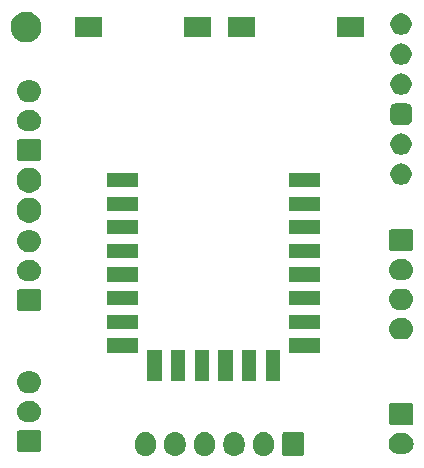
<source format=gts>
G04 #@! TF.GenerationSoftware,KiCad,Pcbnew,5.1.5*
G04 #@! TF.CreationDate,2020-01-13T20:05:45+01:00*
G04 #@! TF.ProjectId,ESP8266_Uni,45535038-3236-4365-9f55-6e692e6b6963,rev?*
G04 #@! TF.SameCoordinates,Original*
G04 #@! TF.FileFunction,Soldermask,Top*
G04 #@! TF.FilePolarity,Negative*
%FSLAX46Y46*%
G04 Gerber Fmt 4.6, Leading zero omitted, Abs format (unit mm)*
G04 Created by KiCad (PCBNEW 5.1.5) date 2020-01-13 20:05:45*
%MOMM*%
%LPD*%
G04 APERTURE LIST*
%ADD10C,0.100000*%
G04 APERTURE END LIST*
D10*
G36*
X126280627Y-56391037D02*
G01*
X126450466Y-56442557D01*
X126606991Y-56526222D01*
X126642729Y-56555552D01*
X126744186Y-56638814D01*
X126813943Y-56723815D01*
X126856778Y-56776009D01*
X126940443Y-56932534D01*
X126991963Y-57102374D01*
X127005000Y-57234743D01*
X127005000Y-57573258D01*
X126991963Y-57705627D01*
X126940443Y-57875466D01*
X126856778Y-58031991D01*
X126827448Y-58067729D01*
X126744186Y-58169186D01*
X126606989Y-58281779D01*
X126450467Y-58365442D01*
X126450465Y-58365443D01*
X126280626Y-58416963D01*
X126104000Y-58434359D01*
X125927373Y-58416963D01*
X125757534Y-58365443D01*
X125601009Y-58281778D01*
X125558750Y-58247097D01*
X125463814Y-58169186D01*
X125351221Y-58031989D01*
X125267558Y-57875467D01*
X125265322Y-57868097D01*
X125216037Y-57705626D01*
X125203000Y-57573257D01*
X125203000Y-57234742D01*
X125216037Y-57102373D01*
X125267557Y-56932534D01*
X125351222Y-56776009D01*
X125463815Y-56638815D01*
X125601010Y-56526222D01*
X125757535Y-56442557D01*
X125927374Y-56391037D01*
X126104000Y-56373641D01*
X126280627Y-56391037D01*
G37*
G36*
X123780627Y-56391037D02*
G01*
X123950466Y-56442557D01*
X124106991Y-56526222D01*
X124142729Y-56555552D01*
X124244186Y-56638814D01*
X124313943Y-56723815D01*
X124356778Y-56776009D01*
X124440443Y-56932534D01*
X124491963Y-57102374D01*
X124505000Y-57234743D01*
X124505000Y-57573258D01*
X124491963Y-57705627D01*
X124440443Y-57875466D01*
X124356778Y-58031991D01*
X124327448Y-58067729D01*
X124244186Y-58169186D01*
X124106989Y-58281779D01*
X123950467Y-58365442D01*
X123950465Y-58365443D01*
X123780626Y-58416963D01*
X123604000Y-58434359D01*
X123427373Y-58416963D01*
X123257534Y-58365443D01*
X123101009Y-58281778D01*
X123058750Y-58247097D01*
X122963814Y-58169186D01*
X122851221Y-58031989D01*
X122767558Y-57875467D01*
X122765322Y-57868097D01*
X122716037Y-57705626D01*
X122703000Y-57573257D01*
X122703000Y-57234742D01*
X122716037Y-57102373D01*
X122767557Y-56932534D01*
X122851222Y-56776009D01*
X122963815Y-56638815D01*
X123101010Y-56526222D01*
X123257535Y-56442557D01*
X123427374Y-56391037D01*
X123604000Y-56373641D01*
X123780627Y-56391037D01*
G37*
G36*
X121280627Y-56391037D02*
G01*
X121450466Y-56442557D01*
X121606991Y-56526222D01*
X121642729Y-56555552D01*
X121744186Y-56638814D01*
X121813943Y-56723815D01*
X121856778Y-56776009D01*
X121940443Y-56932534D01*
X121991963Y-57102374D01*
X122005000Y-57234743D01*
X122005000Y-57573258D01*
X121991963Y-57705627D01*
X121940443Y-57875466D01*
X121856778Y-58031991D01*
X121827448Y-58067729D01*
X121744186Y-58169186D01*
X121606989Y-58281779D01*
X121450467Y-58365442D01*
X121450465Y-58365443D01*
X121280626Y-58416963D01*
X121104000Y-58434359D01*
X120927373Y-58416963D01*
X120757534Y-58365443D01*
X120601009Y-58281778D01*
X120558750Y-58247097D01*
X120463814Y-58169186D01*
X120351221Y-58031989D01*
X120267558Y-57875467D01*
X120265322Y-57868097D01*
X120216037Y-57705626D01*
X120203000Y-57573257D01*
X120203000Y-57234742D01*
X120216037Y-57102373D01*
X120267557Y-56932534D01*
X120351222Y-56776009D01*
X120463815Y-56638815D01*
X120601010Y-56526222D01*
X120757535Y-56442557D01*
X120927374Y-56391037D01*
X121104000Y-56373641D01*
X121280627Y-56391037D01*
G37*
G36*
X128780627Y-56391037D02*
G01*
X128950466Y-56442557D01*
X129106991Y-56526222D01*
X129142729Y-56555552D01*
X129244186Y-56638814D01*
X129313943Y-56723815D01*
X129356778Y-56776009D01*
X129440443Y-56932534D01*
X129491963Y-57102374D01*
X129505000Y-57234743D01*
X129505000Y-57573258D01*
X129491963Y-57705627D01*
X129440443Y-57875466D01*
X129356778Y-58031991D01*
X129327448Y-58067729D01*
X129244186Y-58169186D01*
X129106989Y-58281779D01*
X128950467Y-58365442D01*
X128950465Y-58365443D01*
X128780626Y-58416963D01*
X128604000Y-58434359D01*
X128427373Y-58416963D01*
X128257534Y-58365443D01*
X128101009Y-58281778D01*
X128058750Y-58247097D01*
X127963814Y-58169186D01*
X127851221Y-58031989D01*
X127767558Y-57875467D01*
X127765322Y-57868097D01*
X127716037Y-57705626D01*
X127703000Y-57573257D01*
X127703000Y-57234742D01*
X127716037Y-57102373D01*
X127767557Y-56932534D01*
X127851222Y-56776009D01*
X127963815Y-56638815D01*
X128101010Y-56526222D01*
X128257535Y-56442557D01*
X128427374Y-56391037D01*
X128604000Y-56373641D01*
X128780627Y-56391037D01*
G37*
G36*
X131280627Y-56391037D02*
G01*
X131450466Y-56442557D01*
X131606991Y-56526222D01*
X131642729Y-56555552D01*
X131744186Y-56638814D01*
X131813943Y-56723815D01*
X131856778Y-56776009D01*
X131940443Y-56932534D01*
X131991963Y-57102374D01*
X132005000Y-57234743D01*
X132005000Y-57573258D01*
X131991963Y-57705627D01*
X131940443Y-57875466D01*
X131856778Y-58031991D01*
X131827448Y-58067729D01*
X131744186Y-58169186D01*
X131606989Y-58281779D01*
X131450467Y-58365442D01*
X131450465Y-58365443D01*
X131280626Y-58416963D01*
X131104000Y-58434359D01*
X130927373Y-58416963D01*
X130757534Y-58365443D01*
X130601009Y-58281778D01*
X130558750Y-58247097D01*
X130463814Y-58169186D01*
X130351221Y-58031989D01*
X130267558Y-57875467D01*
X130265322Y-57868097D01*
X130216037Y-57705626D01*
X130203000Y-57573257D01*
X130203000Y-57234742D01*
X130216037Y-57102373D01*
X130267557Y-56932534D01*
X130351222Y-56776009D01*
X130463815Y-56638815D01*
X130601010Y-56526222D01*
X130757535Y-56442557D01*
X130927374Y-56391037D01*
X131104000Y-56373641D01*
X131280627Y-56391037D01*
G37*
G36*
X134362600Y-56381989D02*
G01*
X134395652Y-56392015D01*
X134426103Y-56408292D01*
X134452799Y-56430201D01*
X134474708Y-56456897D01*
X134490985Y-56487348D01*
X134501011Y-56520400D01*
X134505000Y-56560903D01*
X134505000Y-58247097D01*
X134501011Y-58287600D01*
X134490985Y-58320652D01*
X134474708Y-58351103D01*
X134452799Y-58377799D01*
X134426103Y-58399708D01*
X134395652Y-58415985D01*
X134362600Y-58426011D01*
X134322097Y-58430000D01*
X132885903Y-58430000D01*
X132845400Y-58426011D01*
X132812348Y-58415985D01*
X132781897Y-58399708D01*
X132755201Y-58377799D01*
X132733292Y-58351103D01*
X132717015Y-58320652D01*
X132706989Y-58287600D01*
X132703000Y-58247097D01*
X132703000Y-56560903D01*
X132706989Y-56520400D01*
X132717015Y-56487348D01*
X132733292Y-56456897D01*
X132755201Y-56430201D01*
X132781897Y-56408292D01*
X132812348Y-56392015D01*
X132845400Y-56381989D01*
X132885903Y-56378000D01*
X134322097Y-56378000D01*
X134362600Y-56381989D01*
G37*
G36*
X143008442Y-56469518D02*
G01*
X143074627Y-56476037D01*
X143244466Y-56527557D01*
X143244468Y-56527558D01*
X143322728Y-56569389D01*
X143400991Y-56611222D01*
X143434612Y-56638814D01*
X143538186Y-56723814D01*
X143621448Y-56825271D01*
X143650778Y-56861009D01*
X143734443Y-57017534D01*
X143785963Y-57187373D01*
X143803359Y-57364000D01*
X143785963Y-57540627D01*
X143734443Y-57710466D01*
X143650778Y-57866991D01*
X143621448Y-57902729D01*
X143538186Y-58004186D01*
X143436729Y-58087448D01*
X143400991Y-58116778D01*
X143244466Y-58200443D01*
X143074627Y-58251963D01*
X143008442Y-58258482D01*
X142942260Y-58265000D01*
X142553740Y-58265000D01*
X142487558Y-58258482D01*
X142421373Y-58251963D01*
X142251534Y-58200443D01*
X142095009Y-58116778D01*
X142059271Y-58087448D01*
X141957814Y-58004186D01*
X141874552Y-57902729D01*
X141845222Y-57866991D01*
X141761557Y-57710466D01*
X141710037Y-57540627D01*
X141692641Y-57364000D01*
X141710037Y-57187373D01*
X141761557Y-57017534D01*
X141845222Y-56861009D01*
X141874552Y-56825271D01*
X141957814Y-56723814D01*
X142061388Y-56638814D01*
X142095009Y-56611222D01*
X142173272Y-56569389D01*
X142251532Y-56527558D01*
X142251534Y-56527557D01*
X142421373Y-56476037D01*
X142487558Y-56469518D01*
X142553740Y-56463000D01*
X142942260Y-56463000D01*
X143008442Y-56469518D01*
G37*
G36*
X112135600Y-56252989D02*
G01*
X112168652Y-56263015D01*
X112199103Y-56279292D01*
X112225799Y-56301201D01*
X112247708Y-56327897D01*
X112263985Y-56358348D01*
X112274011Y-56391400D01*
X112278000Y-56431903D01*
X112278000Y-57868097D01*
X112274011Y-57908600D01*
X112263985Y-57941652D01*
X112247708Y-57972103D01*
X112225799Y-57998799D01*
X112199103Y-58020708D01*
X112168652Y-58036985D01*
X112135600Y-58047011D01*
X112095097Y-58051000D01*
X110408903Y-58051000D01*
X110368400Y-58047011D01*
X110335348Y-58036985D01*
X110304897Y-58020708D01*
X110278201Y-57998799D01*
X110256292Y-57972103D01*
X110240015Y-57941652D01*
X110229989Y-57908600D01*
X110226000Y-57868097D01*
X110226000Y-56431903D01*
X110229989Y-56391400D01*
X110240015Y-56358348D01*
X110256292Y-56327897D01*
X110278201Y-56301201D01*
X110304897Y-56279292D01*
X110335348Y-56263015D01*
X110368400Y-56252989D01*
X110408903Y-56249000D01*
X112095097Y-56249000D01*
X112135600Y-56252989D01*
G37*
G36*
X143656600Y-53966989D02*
G01*
X143689652Y-53977015D01*
X143720103Y-53993292D01*
X143746799Y-54015201D01*
X143768708Y-54041897D01*
X143784985Y-54072348D01*
X143795011Y-54105400D01*
X143799000Y-54145903D01*
X143799000Y-55582097D01*
X143795011Y-55622600D01*
X143784985Y-55655652D01*
X143768708Y-55686103D01*
X143746799Y-55712799D01*
X143720103Y-55734708D01*
X143689652Y-55750985D01*
X143656600Y-55761011D01*
X143616097Y-55765000D01*
X141879903Y-55765000D01*
X141839400Y-55761011D01*
X141806348Y-55750985D01*
X141775897Y-55734708D01*
X141749201Y-55712799D01*
X141727292Y-55686103D01*
X141711015Y-55655652D01*
X141700989Y-55622600D01*
X141697000Y-55582097D01*
X141697000Y-54145903D01*
X141700989Y-54105400D01*
X141711015Y-54072348D01*
X141727292Y-54041897D01*
X141749201Y-54015201D01*
X141775897Y-53993292D01*
X141806348Y-53977015D01*
X141839400Y-53966989D01*
X141879903Y-53963000D01*
X143616097Y-53963000D01*
X143656600Y-53966989D01*
G37*
G36*
X111487442Y-53755518D02*
G01*
X111553627Y-53762037D01*
X111723466Y-53813557D01*
X111879991Y-53897222D01*
X111915729Y-53926552D01*
X112017186Y-54009814D01*
X112095630Y-54105400D01*
X112129778Y-54147009D01*
X112213443Y-54303534D01*
X112264963Y-54473373D01*
X112282359Y-54650000D01*
X112264963Y-54826627D01*
X112213443Y-54996466D01*
X112129778Y-55152991D01*
X112100448Y-55188729D01*
X112017186Y-55290186D01*
X111915729Y-55373448D01*
X111879991Y-55402778D01*
X111723466Y-55486443D01*
X111553627Y-55537963D01*
X111487443Y-55544481D01*
X111421260Y-55551000D01*
X111082740Y-55551000D01*
X111016557Y-55544481D01*
X110950373Y-55537963D01*
X110780534Y-55486443D01*
X110624009Y-55402778D01*
X110588271Y-55373448D01*
X110486814Y-55290186D01*
X110403552Y-55188729D01*
X110374222Y-55152991D01*
X110290557Y-54996466D01*
X110239037Y-54826627D01*
X110221641Y-54650000D01*
X110239037Y-54473373D01*
X110290557Y-54303534D01*
X110374222Y-54147009D01*
X110408370Y-54105400D01*
X110486814Y-54009814D01*
X110588271Y-53926552D01*
X110624009Y-53897222D01*
X110780534Y-53813557D01*
X110950373Y-53762037D01*
X111016558Y-53755518D01*
X111082740Y-53749000D01*
X111421260Y-53749000D01*
X111487442Y-53755518D01*
G37*
G36*
X111487443Y-51255519D02*
G01*
X111553627Y-51262037D01*
X111723466Y-51313557D01*
X111879991Y-51397222D01*
X111915729Y-51426552D01*
X112017186Y-51509814D01*
X112100448Y-51611271D01*
X112129778Y-51647009D01*
X112213443Y-51803534D01*
X112264963Y-51973373D01*
X112282359Y-52150000D01*
X112264963Y-52326627D01*
X112213443Y-52496466D01*
X112129778Y-52652991D01*
X112100448Y-52688729D01*
X112017186Y-52790186D01*
X111915729Y-52873448D01*
X111879991Y-52902778D01*
X111723466Y-52986443D01*
X111553627Y-53037963D01*
X111487442Y-53044482D01*
X111421260Y-53051000D01*
X111082740Y-53051000D01*
X111016558Y-53044482D01*
X110950373Y-53037963D01*
X110780534Y-52986443D01*
X110624009Y-52902778D01*
X110588271Y-52873448D01*
X110486814Y-52790186D01*
X110403552Y-52688729D01*
X110374222Y-52652991D01*
X110290557Y-52496466D01*
X110239037Y-52326627D01*
X110221641Y-52150000D01*
X110239037Y-51973373D01*
X110290557Y-51803534D01*
X110374222Y-51647009D01*
X110403552Y-51611271D01*
X110486814Y-51509814D01*
X110588271Y-51426552D01*
X110624009Y-51397222D01*
X110780534Y-51313557D01*
X110950373Y-51262037D01*
X111016558Y-51255518D01*
X111082740Y-51249000D01*
X111421260Y-51249000D01*
X111487443Y-51255519D01*
G37*
G36*
X122479000Y-52053000D02*
G01*
X121277000Y-52053000D01*
X121277000Y-49451000D01*
X122479000Y-49451000D01*
X122479000Y-52053000D01*
G37*
G36*
X126479000Y-52053000D02*
G01*
X125277000Y-52053000D01*
X125277000Y-49451000D01*
X126479000Y-49451000D01*
X126479000Y-52053000D01*
G37*
G36*
X128479000Y-52053000D02*
G01*
X127277000Y-52053000D01*
X127277000Y-49451000D01*
X128479000Y-49451000D01*
X128479000Y-52053000D01*
G37*
G36*
X132479000Y-52053000D02*
G01*
X131277000Y-52053000D01*
X131277000Y-49451000D01*
X132479000Y-49451000D01*
X132479000Y-52053000D01*
G37*
G36*
X130479000Y-52053000D02*
G01*
X129277000Y-52053000D01*
X129277000Y-49451000D01*
X130479000Y-49451000D01*
X130479000Y-52053000D01*
G37*
G36*
X124479000Y-52053000D02*
G01*
X123277000Y-52053000D01*
X123277000Y-49451000D01*
X124479000Y-49451000D01*
X124479000Y-52053000D01*
G37*
G36*
X135889000Y-49653000D02*
G01*
X133287000Y-49653000D01*
X133287000Y-48451000D01*
X135889000Y-48451000D01*
X135889000Y-49653000D01*
G37*
G36*
X120489000Y-49653000D02*
G01*
X117887000Y-49653000D01*
X117887000Y-48451000D01*
X120489000Y-48451000D01*
X120489000Y-49653000D01*
G37*
G36*
X142983442Y-46737518D02*
G01*
X143049627Y-46744037D01*
X143219466Y-46795557D01*
X143375991Y-46879222D01*
X143411729Y-46908552D01*
X143513186Y-46991814D01*
X143596448Y-47093271D01*
X143625778Y-47129009D01*
X143709443Y-47285534D01*
X143760963Y-47455373D01*
X143778359Y-47632000D01*
X143760963Y-47808627D01*
X143709443Y-47978466D01*
X143625778Y-48134991D01*
X143596448Y-48170729D01*
X143513186Y-48272186D01*
X143411729Y-48355448D01*
X143375991Y-48384778D01*
X143219466Y-48468443D01*
X143049627Y-48519963D01*
X142983442Y-48526482D01*
X142917260Y-48533000D01*
X142578740Y-48533000D01*
X142512558Y-48526482D01*
X142446373Y-48519963D01*
X142276534Y-48468443D01*
X142120009Y-48384778D01*
X142084271Y-48355448D01*
X141982814Y-48272186D01*
X141899552Y-48170729D01*
X141870222Y-48134991D01*
X141786557Y-47978466D01*
X141735037Y-47808627D01*
X141717641Y-47632000D01*
X141735037Y-47455373D01*
X141786557Y-47285534D01*
X141870222Y-47129009D01*
X141899552Y-47093271D01*
X141982814Y-46991814D01*
X142084271Y-46908552D01*
X142120009Y-46879222D01*
X142276534Y-46795557D01*
X142446373Y-46744037D01*
X142512558Y-46737518D01*
X142578740Y-46731000D01*
X142917260Y-46731000D01*
X142983442Y-46737518D01*
G37*
G36*
X135889000Y-47653000D02*
G01*
X133287000Y-47653000D01*
X133287000Y-46451000D01*
X135889000Y-46451000D01*
X135889000Y-47653000D01*
G37*
G36*
X120489000Y-47653000D02*
G01*
X117887000Y-47653000D01*
X117887000Y-46451000D01*
X120489000Y-46451000D01*
X120489000Y-47653000D01*
G37*
G36*
X112135600Y-44314989D02*
G01*
X112168652Y-44325015D01*
X112199103Y-44341292D01*
X112225799Y-44363201D01*
X112247708Y-44389897D01*
X112263985Y-44420348D01*
X112274011Y-44453400D01*
X112278000Y-44493903D01*
X112278000Y-45930097D01*
X112274011Y-45970600D01*
X112263985Y-46003652D01*
X112247708Y-46034103D01*
X112225799Y-46060799D01*
X112199103Y-46082708D01*
X112168652Y-46098985D01*
X112135600Y-46109011D01*
X112095097Y-46113000D01*
X110408903Y-46113000D01*
X110368400Y-46109011D01*
X110335348Y-46098985D01*
X110304897Y-46082708D01*
X110278201Y-46060799D01*
X110256292Y-46034103D01*
X110240015Y-46003652D01*
X110229989Y-45970600D01*
X110226000Y-45930097D01*
X110226000Y-44493903D01*
X110229989Y-44453400D01*
X110240015Y-44420348D01*
X110256292Y-44389897D01*
X110278201Y-44363201D01*
X110304897Y-44341292D01*
X110335348Y-44325015D01*
X110368400Y-44314989D01*
X110408903Y-44311000D01*
X112095097Y-44311000D01*
X112135600Y-44314989D01*
G37*
G36*
X142983442Y-44237518D02*
G01*
X143049627Y-44244037D01*
X143219466Y-44295557D01*
X143219468Y-44295558D01*
X143257884Y-44316092D01*
X143375991Y-44379222D01*
X143388998Y-44389897D01*
X143513186Y-44491814D01*
X143596448Y-44593271D01*
X143625778Y-44629009D01*
X143709443Y-44785534D01*
X143760963Y-44955373D01*
X143778359Y-45132000D01*
X143760963Y-45308627D01*
X143709443Y-45478466D01*
X143625778Y-45634991D01*
X143610998Y-45653000D01*
X143513186Y-45772186D01*
X143420805Y-45848000D01*
X143375991Y-45884778D01*
X143219466Y-45968443D01*
X143049627Y-46019963D01*
X142983442Y-46026482D01*
X142917260Y-46033000D01*
X142578740Y-46033000D01*
X142512557Y-46026481D01*
X142446373Y-46019963D01*
X142276534Y-45968443D01*
X142120009Y-45884778D01*
X142075195Y-45848000D01*
X141982814Y-45772186D01*
X141885002Y-45653000D01*
X141870222Y-45634991D01*
X141786557Y-45478466D01*
X141735037Y-45308627D01*
X141717641Y-45132000D01*
X141735037Y-44955373D01*
X141786557Y-44785534D01*
X141870222Y-44629009D01*
X141899552Y-44593271D01*
X141982814Y-44491814D01*
X142107002Y-44389897D01*
X142120009Y-44379222D01*
X142238116Y-44316092D01*
X142276532Y-44295558D01*
X142276534Y-44295557D01*
X142446373Y-44244037D01*
X142512557Y-44237519D01*
X142578740Y-44231000D01*
X142917260Y-44231000D01*
X142983442Y-44237518D01*
G37*
G36*
X135889000Y-45653000D02*
G01*
X133287000Y-45653000D01*
X133287000Y-44451000D01*
X135889000Y-44451000D01*
X135889000Y-45653000D01*
G37*
G36*
X120489000Y-45653000D02*
G01*
X117887000Y-45653000D01*
X117887000Y-44451000D01*
X120489000Y-44451000D01*
X120489000Y-45653000D01*
G37*
G36*
X135889000Y-43653000D02*
G01*
X133287000Y-43653000D01*
X133287000Y-42451000D01*
X135889000Y-42451000D01*
X135889000Y-43653000D01*
G37*
G36*
X120489000Y-43653000D02*
G01*
X117887000Y-43653000D01*
X117887000Y-42451000D01*
X120489000Y-42451000D01*
X120489000Y-43653000D01*
G37*
G36*
X111487443Y-41817519D02*
G01*
X111553627Y-41824037D01*
X111723466Y-41875557D01*
X111879991Y-41959222D01*
X111915729Y-41988552D01*
X112017186Y-42071814D01*
X112100448Y-42173271D01*
X112129778Y-42209009D01*
X112213443Y-42365534D01*
X112264963Y-42535373D01*
X112282359Y-42712000D01*
X112264963Y-42888627D01*
X112213443Y-43058466D01*
X112129778Y-43214991D01*
X112100448Y-43250729D01*
X112017186Y-43352186D01*
X111915729Y-43435448D01*
X111879991Y-43464778D01*
X111723466Y-43548443D01*
X111553627Y-43599963D01*
X111487442Y-43606482D01*
X111421260Y-43613000D01*
X111082740Y-43613000D01*
X111016558Y-43606482D01*
X110950373Y-43599963D01*
X110780534Y-43548443D01*
X110624009Y-43464778D01*
X110588271Y-43435448D01*
X110486814Y-43352186D01*
X110403552Y-43250729D01*
X110374222Y-43214991D01*
X110290557Y-43058466D01*
X110239037Y-42888627D01*
X110221641Y-42712000D01*
X110239037Y-42535373D01*
X110290557Y-42365534D01*
X110374222Y-42209009D01*
X110403552Y-42173271D01*
X110486814Y-42071814D01*
X110588271Y-41988552D01*
X110624009Y-41959222D01*
X110780534Y-41875557D01*
X110950373Y-41824037D01*
X111016557Y-41817519D01*
X111082740Y-41811000D01*
X111421260Y-41811000D01*
X111487443Y-41817519D01*
G37*
G36*
X142983442Y-41737518D02*
G01*
X143049627Y-41744037D01*
X143219466Y-41795557D01*
X143375991Y-41879222D01*
X143411729Y-41908552D01*
X143513186Y-41991814D01*
X143578839Y-42071814D01*
X143625778Y-42129009D01*
X143709443Y-42285534D01*
X143760963Y-42455373D01*
X143778359Y-42632000D01*
X143760963Y-42808627D01*
X143709443Y-42978466D01*
X143625778Y-43134991D01*
X143596448Y-43170729D01*
X143513186Y-43272186D01*
X143415705Y-43352185D01*
X143375991Y-43384778D01*
X143219466Y-43468443D01*
X143049627Y-43519963D01*
X142983443Y-43526481D01*
X142917260Y-43533000D01*
X142578740Y-43533000D01*
X142512557Y-43526481D01*
X142446373Y-43519963D01*
X142276534Y-43468443D01*
X142120009Y-43384778D01*
X142080295Y-43352185D01*
X141982814Y-43272186D01*
X141899552Y-43170729D01*
X141870222Y-43134991D01*
X141786557Y-42978466D01*
X141735037Y-42808627D01*
X141717641Y-42632000D01*
X141735037Y-42455373D01*
X141786557Y-42285534D01*
X141870222Y-42129009D01*
X141917161Y-42071814D01*
X141982814Y-41991814D01*
X142084271Y-41908552D01*
X142120009Y-41879222D01*
X142276534Y-41795557D01*
X142446373Y-41744037D01*
X142512558Y-41737518D01*
X142578740Y-41731000D01*
X142917260Y-41731000D01*
X142983442Y-41737518D01*
G37*
G36*
X135889000Y-41653000D02*
G01*
X133287000Y-41653000D01*
X133287000Y-40451000D01*
X135889000Y-40451000D01*
X135889000Y-41653000D01*
G37*
G36*
X120489000Y-41653000D02*
G01*
X117887000Y-41653000D01*
X117887000Y-40451000D01*
X120489000Y-40451000D01*
X120489000Y-41653000D01*
G37*
G36*
X111487443Y-39317519D02*
G01*
X111553627Y-39324037D01*
X111723466Y-39375557D01*
X111879991Y-39459222D01*
X111915729Y-39488552D01*
X112017186Y-39571814D01*
X112100448Y-39673271D01*
X112129778Y-39709009D01*
X112213443Y-39865534D01*
X112264963Y-40035373D01*
X112282359Y-40212000D01*
X112264963Y-40388627D01*
X112213443Y-40558466D01*
X112129778Y-40714991D01*
X112100448Y-40750729D01*
X112017186Y-40852186D01*
X111940370Y-40915226D01*
X111879991Y-40964778D01*
X111801728Y-41006611D01*
X111759821Y-41029011D01*
X111723466Y-41048443D01*
X111553627Y-41099963D01*
X111487442Y-41106482D01*
X111421260Y-41113000D01*
X111082740Y-41113000D01*
X111016558Y-41106482D01*
X110950373Y-41099963D01*
X110780534Y-41048443D01*
X110744180Y-41029011D01*
X110702272Y-41006611D01*
X110624009Y-40964778D01*
X110563630Y-40915226D01*
X110486814Y-40852186D01*
X110403552Y-40750729D01*
X110374222Y-40714991D01*
X110290557Y-40558466D01*
X110239037Y-40388627D01*
X110221641Y-40212000D01*
X110239037Y-40035373D01*
X110290557Y-39865534D01*
X110374222Y-39709009D01*
X110403552Y-39673271D01*
X110486814Y-39571814D01*
X110588271Y-39488552D01*
X110624009Y-39459222D01*
X110780534Y-39375557D01*
X110950373Y-39324037D01*
X111016557Y-39317519D01*
X111082740Y-39311000D01*
X111421260Y-39311000D01*
X111487443Y-39317519D01*
G37*
G36*
X143631600Y-39234989D02*
G01*
X143664652Y-39245015D01*
X143695103Y-39261292D01*
X143721799Y-39283201D01*
X143743708Y-39309897D01*
X143759985Y-39340348D01*
X143770011Y-39373400D01*
X143774000Y-39413903D01*
X143774000Y-40850097D01*
X143770011Y-40890600D01*
X143759985Y-40923652D01*
X143743708Y-40954103D01*
X143721799Y-40980799D01*
X143695103Y-41002708D01*
X143664652Y-41018985D01*
X143631600Y-41029011D01*
X143591097Y-41033000D01*
X141904903Y-41033000D01*
X141864400Y-41029011D01*
X141831348Y-41018985D01*
X141800897Y-41002708D01*
X141774201Y-40980799D01*
X141752292Y-40954103D01*
X141736015Y-40923652D01*
X141725989Y-40890600D01*
X141722000Y-40850097D01*
X141722000Y-39413903D01*
X141725989Y-39373400D01*
X141736015Y-39340348D01*
X141752292Y-39309897D01*
X141774201Y-39283201D01*
X141800897Y-39261292D01*
X141831348Y-39245015D01*
X141864400Y-39234989D01*
X141904903Y-39231000D01*
X143591097Y-39231000D01*
X143631600Y-39234989D01*
G37*
G36*
X120489000Y-39653000D02*
G01*
X117887000Y-39653000D01*
X117887000Y-38451000D01*
X120489000Y-38451000D01*
X120489000Y-39653000D01*
G37*
G36*
X135889000Y-39653000D02*
G01*
X133287000Y-39653000D01*
X133287000Y-38451000D01*
X135889000Y-38451000D01*
X135889000Y-39653000D01*
G37*
G36*
X111558564Y-36581389D02*
G01*
X111749833Y-36660615D01*
X111749835Y-36660616D01*
X111921973Y-36775635D01*
X112068365Y-36922027D01*
X112183385Y-37094167D01*
X112262611Y-37285436D01*
X112303000Y-37488484D01*
X112303000Y-37695516D01*
X112262611Y-37898564D01*
X112183385Y-38089833D01*
X112183384Y-38089835D01*
X112068365Y-38261973D01*
X111921973Y-38408365D01*
X111749835Y-38523384D01*
X111749834Y-38523385D01*
X111749833Y-38523385D01*
X111558564Y-38602611D01*
X111355516Y-38643000D01*
X111148484Y-38643000D01*
X110945436Y-38602611D01*
X110754167Y-38523385D01*
X110754166Y-38523385D01*
X110754165Y-38523384D01*
X110582027Y-38408365D01*
X110435635Y-38261973D01*
X110320616Y-38089835D01*
X110320615Y-38089833D01*
X110241389Y-37898564D01*
X110201000Y-37695516D01*
X110201000Y-37488484D01*
X110241389Y-37285436D01*
X110320615Y-37094167D01*
X110435635Y-36922027D01*
X110582027Y-36775635D01*
X110754165Y-36660616D01*
X110754167Y-36660615D01*
X110945436Y-36581389D01*
X111148484Y-36541000D01*
X111355516Y-36541000D01*
X111558564Y-36581389D01*
G37*
G36*
X120489000Y-37653000D02*
G01*
X117887000Y-37653000D01*
X117887000Y-36451000D01*
X120489000Y-36451000D01*
X120489000Y-37653000D01*
G37*
G36*
X135889000Y-37653000D02*
G01*
X133287000Y-37653000D01*
X133287000Y-36451000D01*
X135889000Y-36451000D01*
X135889000Y-37653000D01*
G37*
G36*
X111558564Y-34041389D02*
G01*
X111749833Y-34120615D01*
X111749835Y-34120616D01*
X111921973Y-34235635D01*
X112068365Y-34382027D01*
X112183385Y-34554167D01*
X112262611Y-34745436D01*
X112303000Y-34948484D01*
X112303000Y-35155516D01*
X112262611Y-35358564D01*
X112226808Y-35445000D01*
X112183384Y-35549835D01*
X112068365Y-35721973D01*
X111921973Y-35868365D01*
X111749835Y-35983384D01*
X111749834Y-35983385D01*
X111749833Y-35983385D01*
X111558564Y-36062611D01*
X111355516Y-36103000D01*
X111148484Y-36103000D01*
X110945436Y-36062611D01*
X110754167Y-35983385D01*
X110754166Y-35983385D01*
X110754165Y-35983384D01*
X110582027Y-35868365D01*
X110435635Y-35721973D01*
X110320616Y-35549835D01*
X110277192Y-35445000D01*
X110241389Y-35358564D01*
X110201000Y-35155516D01*
X110201000Y-34948484D01*
X110241389Y-34745436D01*
X110320615Y-34554167D01*
X110435635Y-34382027D01*
X110582027Y-34235635D01*
X110754165Y-34120616D01*
X110754167Y-34120615D01*
X110945436Y-34041389D01*
X111148484Y-34001000D01*
X111355516Y-34001000D01*
X111558564Y-34041389D01*
G37*
G36*
X135889000Y-35653000D02*
G01*
X133287000Y-35653000D01*
X133287000Y-34451000D01*
X135889000Y-34451000D01*
X135889000Y-35653000D01*
G37*
G36*
X120489000Y-35653000D02*
G01*
X117887000Y-35653000D01*
X117887000Y-34451000D01*
X120489000Y-34451000D01*
X120489000Y-35653000D01*
G37*
G36*
X142861512Y-33647927D02*
G01*
X143010812Y-33677624D01*
X143174784Y-33745544D01*
X143322354Y-33844147D01*
X143447853Y-33969646D01*
X143546456Y-34117216D01*
X143614376Y-34281188D01*
X143649000Y-34455259D01*
X143649000Y-34632741D01*
X143614376Y-34806812D01*
X143546456Y-34970784D01*
X143447853Y-35118354D01*
X143322354Y-35243853D01*
X143174784Y-35342456D01*
X143010812Y-35410376D01*
X142861512Y-35440073D01*
X142836742Y-35445000D01*
X142659258Y-35445000D01*
X142634488Y-35440073D01*
X142485188Y-35410376D01*
X142321216Y-35342456D01*
X142173646Y-35243853D01*
X142048147Y-35118354D01*
X141949544Y-34970784D01*
X141881624Y-34806812D01*
X141847000Y-34632741D01*
X141847000Y-34455259D01*
X141881624Y-34281188D01*
X141949544Y-34117216D01*
X142048147Y-33969646D01*
X142173646Y-33844147D01*
X142321216Y-33745544D01*
X142485188Y-33677624D01*
X142634488Y-33647927D01*
X142659258Y-33643000D01*
X142836742Y-33643000D01*
X142861512Y-33647927D01*
G37*
G36*
X112135600Y-31614989D02*
G01*
X112168652Y-31625015D01*
X112199103Y-31641292D01*
X112225799Y-31663201D01*
X112247708Y-31689897D01*
X112263985Y-31720348D01*
X112274011Y-31753400D01*
X112278000Y-31793903D01*
X112278000Y-33230097D01*
X112274011Y-33270600D01*
X112263985Y-33303652D01*
X112247708Y-33334103D01*
X112225799Y-33360799D01*
X112199103Y-33382708D01*
X112168652Y-33398985D01*
X112135600Y-33409011D01*
X112095097Y-33413000D01*
X110408903Y-33413000D01*
X110368400Y-33409011D01*
X110335348Y-33398985D01*
X110304897Y-33382708D01*
X110278201Y-33360799D01*
X110256292Y-33334103D01*
X110240015Y-33303652D01*
X110229989Y-33270600D01*
X110226000Y-33230097D01*
X110226000Y-31793903D01*
X110229989Y-31753400D01*
X110240015Y-31720348D01*
X110256292Y-31689897D01*
X110278201Y-31663201D01*
X110304897Y-31641292D01*
X110335348Y-31625015D01*
X110368400Y-31614989D01*
X110408903Y-31611000D01*
X112095097Y-31611000D01*
X112135600Y-31614989D01*
G37*
G36*
X142861512Y-31107927D02*
G01*
X143010812Y-31137624D01*
X143174784Y-31205544D01*
X143322354Y-31304147D01*
X143447853Y-31429646D01*
X143546456Y-31577216D01*
X143614376Y-31741188D01*
X143649000Y-31915259D01*
X143649000Y-32092741D01*
X143614376Y-32266812D01*
X143546456Y-32430784D01*
X143447853Y-32578354D01*
X143322354Y-32703853D01*
X143174784Y-32802456D01*
X143010812Y-32870376D01*
X142861512Y-32900073D01*
X142836742Y-32905000D01*
X142659258Y-32905000D01*
X142634488Y-32900073D01*
X142485188Y-32870376D01*
X142321216Y-32802456D01*
X142173646Y-32703853D01*
X142048147Y-32578354D01*
X141949544Y-32430784D01*
X141881624Y-32266812D01*
X141847000Y-32092741D01*
X141847000Y-31915259D01*
X141881624Y-31741188D01*
X141949544Y-31577216D01*
X142048147Y-31429646D01*
X142173646Y-31304147D01*
X142321216Y-31205544D01*
X142485188Y-31137624D01*
X142634488Y-31107927D01*
X142659258Y-31103000D01*
X142836742Y-31103000D01*
X142861512Y-31107927D01*
G37*
G36*
X111487443Y-29117519D02*
G01*
X111553627Y-29124037D01*
X111723466Y-29175557D01*
X111879991Y-29259222D01*
X111915729Y-29288552D01*
X112017186Y-29371814D01*
X112100448Y-29473271D01*
X112129778Y-29509009D01*
X112213443Y-29665534D01*
X112264963Y-29835373D01*
X112282359Y-30012000D01*
X112264963Y-30188627D01*
X112213902Y-30356952D01*
X112213442Y-30358468D01*
X112171611Y-30436728D01*
X112129778Y-30514991D01*
X112100448Y-30550729D01*
X112017186Y-30652186D01*
X111915729Y-30735448D01*
X111879991Y-30764778D01*
X111723466Y-30848443D01*
X111553627Y-30899963D01*
X111487443Y-30906481D01*
X111421260Y-30913000D01*
X111082740Y-30913000D01*
X111016557Y-30906481D01*
X110950373Y-30899963D01*
X110780534Y-30848443D01*
X110624009Y-30764778D01*
X110588271Y-30735448D01*
X110486814Y-30652186D01*
X110403552Y-30550729D01*
X110374222Y-30514991D01*
X110332389Y-30436728D01*
X110290558Y-30358468D01*
X110290098Y-30356952D01*
X110239037Y-30188627D01*
X110221641Y-30012000D01*
X110239037Y-29835373D01*
X110290557Y-29665534D01*
X110374222Y-29509009D01*
X110403552Y-29473271D01*
X110486814Y-29371814D01*
X110588271Y-29288552D01*
X110624009Y-29259222D01*
X110780534Y-29175557D01*
X110950373Y-29124037D01*
X111016557Y-29117519D01*
X111082740Y-29111000D01*
X111421260Y-29111000D01*
X111487443Y-29117519D01*
G37*
G36*
X143336578Y-28571048D02*
G01*
X143409249Y-28593093D01*
X143476225Y-28628892D01*
X143534930Y-28677070D01*
X143583108Y-28735775D01*
X143618907Y-28802751D01*
X143640952Y-28875422D01*
X143649000Y-28957140D01*
X143649000Y-29970860D01*
X143640952Y-30052578D01*
X143618907Y-30125249D01*
X143583108Y-30192225D01*
X143534930Y-30250930D01*
X143476225Y-30299108D01*
X143409249Y-30334907D01*
X143336578Y-30356952D01*
X143254860Y-30365000D01*
X142241140Y-30365000D01*
X142159422Y-30356952D01*
X142086751Y-30334907D01*
X142019775Y-30299108D01*
X141961070Y-30250930D01*
X141912892Y-30192225D01*
X141877093Y-30125249D01*
X141855048Y-30052578D01*
X141847000Y-29970860D01*
X141847000Y-28957140D01*
X141855048Y-28875422D01*
X141877093Y-28802751D01*
X141912892Y-28735775D01*
X141961070Y-28677070D01*
X142019775Y-28628892D01*
X142086751Y-28593093D01*
X142159422Y-28571048D01*
X142241140Y-28563000D01*
X143254860Y-28563000D01*
X143336578Y-28571048D01*
G37*
G36*
X111487443Y-26617519D02*
G01*
X111553627Y-26624037D01*
X111723466Y-26675557D01*
X111879991Y-26759222D01*
X111915729Y-26788552D01*
X112017186Y-26871814D01*
X112100448Y-26973271D01*
X112129778Y-27009009D01*
X112213443Y-27165534D01*
X112264963Y-27335373D01*
X112282359Y-27512000D01*
X112264963Y-27688627D01*
X112213443Y-27858466D01*
X112129778Y-28014991D01*
X112100448Y-28050729D01*
X112017186Y-28152186D01*
X111915729Y-28235448D01*
X111879991Y-28264778D01*
X111723466Y-28348443D01*
X111553627Y-28399963D01*
X111487443Y-28406481D01*
X111421260Y-28413000D01*
X111082740Y-28413000D01*
X111016557Y-28406481D01*
X110950373Y-28399963D01*
X110780534Y-28348443D01*
X110624009Y-28264778D01*
X110588271Y-28235448D01*
X110486814Y-28152186D01*
X110403552Y-28050729D01*
X110374222Y-28014991D01*
X110290557Y-27858466D01*
X110239037Y-27688627D01*
X110221641Y-27512000D01*
X110239037Y-27335373D01*
X110290557Y-27165534D01*
X110374222Y-27009009D01*
X110403552Y-26973271D01*
X110486814Y-26871814D01*
X110588271Y-26788552D01*
X110624009Y-26759222D01*
X110780534Y-26675557D01*
X110950373Y-26624037D01*
X111016557Y-26617519D01*
X111082740Y-26611000D01*
X111421260Y-26611000D01*
X111487443Y-26617519D01*
G37*
G36*
X142861512Y-26027927D02*
G01*
X143010812Y-26057624D01*
X143174784Y-26125544D01*
X143322354Y-26224147D01*
X143447853Y-26349646D01*
X143546456Y-26497216D01*
X143614376Y-26661188D01*
X143649000Y-26835259D01*
X143649000Y-27012741D01*
X143614376Y-27186812D01*
X143546456Y-27350784D01*
X143447853Y-27498354D01*
X143322354Y-27623853D01*
X143174784Y-27722456D01*
X143010812Y-27790376D01*
X142861512Y-27820073D01*
X142836742Y-27825000D01*
X142659258Y-27825000D01*
X142634488Y-27820073D01*
X142485188Y-27790376D01*
X142321216Y-27722456D01*
X142173646Y-27623853D01*
X142048147Y-27498354D01*
X141949544Y-27350784D01*
X141881624Y-27186812D01*
X141847000Y-27012741D01*
X141847000Y-26835259D01*
X141881624Y-26661188D01*
X141949544Y-26497216D01*
X142048147Y-26349646D01*
X142173646Y-26224147D01*
X142321216Y-26125544D01*
X142485188Y-26057624D01*
X142634488Y-26027927D01*
X142659258Y-26023000D01*
X142836742Y-26023000D01*
X142861512Y-26027927D01*
G37*
G36*
X142861512Y-23487927D02*
G01*
X143010812Y-23517624D01*
X143174784Y-23585544D01*
X143322354Y-23684147D01*
X143447853Y-23809646D01*
X143546456Y-23957216D01*
X143614376Y-24121188D01*
X143649000Y-24295259D01*
X143649000Y-24472741D01*
X143614376Y-24646812D01*
X143546456Y-24810784D01*
X143447853Y-24958354D01*
X143322354Y-25083853D01*
X143174784Y-25182456D01*
X143010812Y-25250376D01*
X142861512Y-25280073D01*
X142836742Y-25285000D01*
X142659258Y-25285000D01*
X142634488Y-25280073D01*
X142485188Y-25250376D01*
X142321216Y-25182456D01*
X142173646Y-25083853D01*
X142048147Y-24958354D01*
X141949544Y-24810784D01*
X141881624Y-24646812D01*
X141847000Y-24472741D01*
X141847000Y-24295259D01*
X141881624Y-24121188D01*
X141949544Y-23957216D01*
X142048147Y-23809646D01*
X142173646Y-23684147D01*
X142321216Y-23585544D01*
X142485188Y-23517624D01*
X142634488Y-23487927D01*
X142659258Y-23483000D01*
X142836742Y-23483000D01*
X142861512Y-23487927D01*
G37*
G36*
X111377487Y-20846996D02*
G01*
X111609260Y-20943000D01*
X111614255Y-20945069D01*
X111764627Y-21045544D01*
X111827339Y-21087447D01*
X112008553Y-21268661D01*
X112150932Y-21481747D01*
X112249004Y-21718513D01*
X112299000Y-21969861D01*
X112299000Y-22226139D01*
X112249004Y-22477487D01*
X112221514Y-22543853D01*
X112150931Y-22714255D01*
X112008553Y-22927339D01*
X111827339Y-23108553D01*
X111614255Y-23250931D01*
X111614254Y-23250932D01*
X111614253Y-23250932D01*
X111377487Y-23349004D01*
X111126139Y-23399000D01*
X110869861Y-23399000D01*
X110618513Y-23349004D01*
X110381747Y-23250932D01*
X110381746Y-23250932D01*
X110381745Y-23250931D01*
X110168661Y-23108553D01*
X109987447Y-22927339D01*
X109845069Y-22714255D01*
X109774486Y-22543853D01*
X109746996Y-22477487D01*
X109697000Y-22226139D01*
X109697000Y-21969861D01*
X109746996Y-21718513D01*
X109845068Y-21481747D01*
X109987447Y-21268661D01*
X110168661Y-21087447D01*
X110231373Y-21045544D01*
X110381745Y-20945069D01*
X110386740Y-20943000D01*
X110618513Y-20846996D01*
X110869861Y-20797000D01*
X111126139Y-20797000D01*
X111377487Y-20846996D01*
G37*
G36*
X126635000Y-22949000D02*
G01*
X124353000Y-22949000D01*
X124353000Y-21247000D01*
X126635000Y-21247000D01*
X126635000Y-22949000D01*
G37*
G36*
X117455000Y-22949000D02*
G01*
X115173000Y-22949000D01*
X115173000Y-21247000D01*
X117455000Y-21247000D01*
X117455000Y-22949000D01*
G37*
G36*
X130409000Y-22949000D02*
G01*
X128127000Y-22949000D01*
X128127000Y-21247000D01*
X130409000Y-21247000D01*
X130409000Y-22949000D01*
G37*
G36*
X139589000Y-22949000D02*
G01*
X137307000Y-22949000D01*
X137307000Y-21247000D01*
X139589000Y-21247000D01*
X139589000Y-22949000D01*
G37*
G36*
X142847138Y-20945068D02*
G01*
X143010812Y-20977624D01*
X143174784Y-21045544D01*
X143322354Y-21144147D01*
X143447853Y-21269646D01*
X143546456Y-21417216D01*
X143614376Y-21581188D01*
X143649000Y-21755259D01*
X143649000Y-21932741D01*
X143614376Y-22106812D01*
X143546456Y-22270784D01*
X143447853Y-22418354D01*
X143322354Y-22543853D01*
X143174784Y-22642456D01*
X143010812Y-22710376D01*
X142861512Y-22740073D01*
X142836742Y-22745000D01*
X142659258Y-22745000D01*
X142634488Y-22740073D01*
X142485188Y-22710376D01*
X142321216Y-22642456D01*
X142173646Y-22543853D01*
X142048147Y-22418354D01*
X141949544Y-22270784D01*
X141881624Y-22106812D01*
X141847000Y-21932741D01*
X141847000Y-21755259D01*
X141881624Y-21581188D01*
X141949544Y-21417216D01*
X142048147Y-21269646D01*
X142173646Y-21144147D01*
X142321216Y-21045544D01*
X142485188Y-20977624D01*
X142648862Y-20945068D01*
X142659258Y-20943000D01*
X142836742Y-20943000D01*
X142847138Y-20945068D01*
G37*
M02*

</source>
